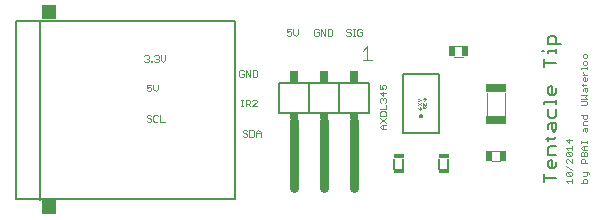
<source format=gto>
G75*
%MOIN*%
%OFA0B0*%
%FSLAX24Y24*%
%IPPOS*%
%LPD*%
%AMOC8*
5,1,8,0,0,1.08239X$1,22.5*
%
%ADD10C,0.0020*%
%ADD11C,0.0080*%
%ADD12C,0.0040*%
%ADD13R,0.0197X0.0374*%
%ADD14R,0.0669X0.0295*%
%ADD15C,0.0060*%
%ADD16C,0.0300*%
%ADD17R,0.0300X0.0200*%
%ADD18R,0.0300X0.0400*%
%ADD19R,0.0340X0.0160*%
%ADD20C,0.0050*%
%ADD21R,0.0450X0.0502*%
%ADD22R,0.0450X0.0492*%
D10*
X004553Y003201D02*
X004516Y003237D01*
X004553Y003201D02*
X004626Y003201D01*
X004663Y003237D01*
X004663Y003274D01*
X004626Y003311D01*
X004553Y003311D01*
X004516Y003347D01*
X004516Y003384D01*
X004553Y003421D01*
X004626Y003421D01*
X004663Y003384D01*
X004737Y003384D02*
X004737Y003237D01*
X004774Y003201D01*
X004847Y003201D01*
X004884Y003237D01*
X004958Y003201D02*
X005105Y003201D01*
X004958Y003201D02*
X004958Y003421D01*
X004884Y003384D02*
X004847Y003421D01*
X004774Y003421D01*
X004737Y003384D01*
X004811Y004216D02*
X004884Y004290D01*
X004884Y004436D01*
X004737Y004436D02*
X004737Y004290D01*
X004811Y004216D01*
X004663Y004253D02*
X004626Y004216D01*
X004553Y004216D01*
X004516Y004253D01*
X004516Y004326D02*
X004590Y004363D01*
X004626Y004363D01*
X004663Y004326D01*
X004663Y004253D01*
X004516Y004326D02*
X004516Y004436D01*
X004663Y004436D01*
X004690Y005195D02*
X004653Y005195D01*
X004653Y005231D01*
X004690Y005231D01*
X004690Y005195D01*
X004763Y005231D02*
X004800Y005195D01*
X004873Y005195D01*
X004910Y005231D01*
X004910Y005268D01*
X004873Y005305D01*
X004837Y005305D01*
X004873Y005305D02*
X004910Y005341D01*
X004910Y005378D01*
X004873Y005415D01*
X004800Y005415D01*
X004763Y005378D01*
X004579Y005378D02*
X004579Y005341D01*
X004542Y005305D01*
X004579Y005268D01*
X004579Y005231D01*
X004542Y005195D01*
X004469Y005195D01*
X004432Y005231D01*
X004505Y005305D02*
X004542Y005305D01*
X004579Y005378D02*
X004542Y005415D01*
X004469Y005415D01*
X004432Y005378D01*
X004984Y005415D02*
X004984Y005268D01*
X005058Y005195D01*
X005131Y005268D01*
X005131Y005415D01*
X007601Y004878D02*
X007601Y004731D01*
X007637Y004695D01*
X007711Y004695D01*
X007748Y004731D01*
X007748Y004805D01*
X007674Y004805D01*
X007601Y004878D02*
X007637Y004915D01*
X007711Y004915D01*
X007748Y004878D01*
X007822Y004915D02*
X007969Y004695D01*
X007969Y004915D01*
X008043Y004915D02*
X008153Y004915D01*
X008190Y004878D01*
X008190Y004731D01*
X008153Y004695D01*
X008043Y004695D01*
X008043Y004915D01*
X007822Y004915D02*
X007822Y004695D01*
X007811Y003936D02*
X007921Y003936D01*
X007958Y003900D01*
X007958Y003826D01*
X007921Y003790D01*
X007811Y003790D01*
X007884Y003790D02*
X007958Y003716D01*
X008032Y003716D02*
X008178Y003863D01*
X008178Y003900D01*
X008142Y003936D01*
X008068Y003936D01*
X008032Y003900D01*
X007811Y003936D02*
X007811Y003716D01*
X007737Y003716D02*
X007663Y003716D01*
X007700Y003716D02*
X007700Y003936D01*
X007663Y003936D02*
X007737Y003936D01*
X008032Y003716D02*
X008178Y003716D01*
X008232Y002921D02*
X008305Y002847D01*
X008305Y002701D01*
X008305Y002811D02*
X008158Y002811D01*
X008158Y002847D02*
X008232Y002921D01*
X008158Y002847D02*
X008158Y002701D01*
X008084Y002737D02*
X008084Y002884D01*
X008047Y002921D01*
X007937Y002921D01*
X007937Y002701D01*
X008047Y002701D01*
X008084Y002737D01*
X007863Y002737D02*
X007863Y002774D01*
X007826Y002811D01*
X007753Y002811D01*
X007716Y002847D01*
X007716Y002884D01*
X007753Y002921D01*
X007826Y002921D01*
X007863Y002884D01*
X007863Y002737D02*
X007826Y002701D01*
X007753Y002701D01*
X007716Y002737D01*
X012274Y003027D02*
X012347Y003101D01*
X012494Y003101D01*
X012494Y003175D02*
X012274Y003322D01*
X012274Y003396D02*
X012274Y003506D01*
X012310Y003543D01*
X012457Y003543D01*
X012494Y003506D01*
X012494Y003396D01*
X012274Y003396D01*
X012274Y003175D02*
X012494Y003322D01*
X012384Y003101D02*
X012384Y002954D01*
X012347Y002954D02*
X012274Y003027D01*
X012347Y002954D02*
X012494Y002954D01*
X013554Y003644D02*
X013604Y003594D01*
X013654Y003644D01*
X013604Y003694D02*
X013604Y003594D01*
X013564Y003744D02*
X013664Y003810D01*
X013714Y003810D02*
X013714Y003744D01*
X013664Y003744D02*
X013564Y003810D01*
X013564Y003894D02*
X013580Y003894D01*
X013614Y003927D01*
X013664Y003927D01*
X013704Y003944D02*
X013804Y003944D01*
X013754Y003894D01*
X013804Y003944D02*
X013754Y003994D01*
X013614Y003927D02*
X013580Y003960D01*
X013564Y003960D01*
X013714Y003810D02*
X013730Y003810D01*
X013797Y003744D01*
X013814Y003744D01*
X013814Y003810D01*
X013744Y003694D02*
X013746Y003699D01*
X013750Y003703D01*
X013755Y003704D01*
X013761Y003702D01*
X013764Y003697D01*
X013764Y003691D01*
X013761Y003686D01*
X013755Y003684D01*
X013750Y003685D01*
X013746Y003689D01*
X013744Y003694D01*
X013704Y003694D02*
X013706Y003707D01*
X013711Y003720D01*
X013720Y003731D01*
X013731Y003738D01*
X013744Y003743D01*
X013757Y003744D01*
X013771Y003741D01*
X013783Y003735D01*
X013793Y003726D01*
X013800Y003714D01*
X013804Y003701D01*
X013804Y003687D01*
X013800Y003674D01*
X013793Y003662D01*
X013783Y003653D01*
X013771Y003647D01*
X013757Y003644D01*
X013744Y003645D01*
X013731Y003650D01*
X013720Y003657D01*
X013711Y003668D01*
X013706Y003681D01*
X013704Y003694D01*
X012494Y003617D02*
X012494Y003764D01*
X012457Y003838D02*
X012494Y003875D01*
X012494Y003948D01*
X012457Y003985D01*
X012420Y003985D01*
X012384Y003948D01*
X012384Y003911D01*
X012384Y003948D02*
X012347Y003985D01*
X012310Y003985D01*
X012274Y003948D01*
X012274Y003875D01*
X012310Y003838D01*
X012274Y003617D02*
X012494Y003617D01*
X012384Y004059D02*
X012384Y004206D01*
X012384Y004280D02*
X012274Y004280D01*
X012274Y004427D01*
X012347Y004390D02*
X012347Y004353D01*
X012384Y004280D01*
X012457Y004280D02*
X012494Y004317D01*
X012494Y004390D01*
X012457Y004427D01*
X012384Y004427D01*
X012347Y004390D01*
X012274Y004169D02*
X012384Y004059D01*
X012494Y004169D02*
X012274Y004169D01*
X011644Y006066D02*
X011681Y006103D01*
X011681Y006176D01*
X011607Y006176D01*
X011534Y006249D02*
X011534Y006103D01*
X011571Y006066D01*
X011644Y006066D01*
X011460Y006066D02*
X011387Y006066D01*
X011423Y006066D02*
X011423Y006286D01*
X011387Y006286D02*
X011460Y006286D01*
X011534Y006249D02*
X011571Y006286D01*
X011644Y006286D01*
X011681Y006249D01*
X011313Y006249D02*
X011276Y006286D01*
X011202Y006286D01*
X011166Y006249D01*
X011166Y006213D01*
X011202Y006176D01*
X011276Y006176D01*
X011313Y006139D01*
X011313Y006103D01*
X011276Y006066D01*
X011202Y006066D01*
X011166Y006103D01*
X010689Y006103D02*
X010689Y006249D01*
X010652Y006286D01*
X010542Y006286D01*
X010542Y006066D01*
X010652Y006066D01*
X010689Y006103D01*
X010468Y006066D02*
X010468Y006286D01*
X010321Y006286D02*
X010468Y006066D01*
X010321Y006066D02*
X010321Y006286D01*
X010247Y006249D02*
X010210Y006286D01*
X010137Y006286D01*
X010100Y006249D01*
X010100Y006103D01*
X010137Y006066D01*
X010210Y006066D01*
X010247Y006103D01*
X010247Y006176D01*
X010174Y006176D01*
X009549Y006139D02*
X009476Y006066D01*
X009402Y006139D01*
X009402Y006286D01*
X009328Y006286D02*
X009181Y006286D01*
X009181Y006176D01*
X009255Y006213D01*
X009292Y006213D01*
X009328Y006176D01*
X009328Y006103D01*
X009292Y006066D01*
X009218Y006066D01*
X009181Y006103D01*
X009549Y006139D02*
X009549Y006286D01*
D11*
X007463Y006557D02*
X000140Y006557D01*
X000140Y000631D01*
X007463Y000631D01*
X007463Y006557D01*
X013063Y004778D02*
X013378Y004778D01*
X013929Y004778D02*
X014244Y004778D01*
X013615Y003400D02*
X013617Y003412D01*
X013622Y003423D01*
X013631Y003432D01*
X013642Y003437D01*
X013654Y003439D01*
X013666Y003437D01*
X013677Y003432D01*
X013686Y003423D01*
X013691Y003412D01*
X013693Y003400D01*
X013691Y003388D01*
X013686Y003377D01*
X013677Y003368D01*
X013666Y003363D01*
X013654Y003361D01*
X013642Y003363D01*
X013631Y003368D01*
X013622Y003377D01*
X013617Y003388D01*
X013615Y003400D01*
X013378Y002810D02*
X013063Y002810D01*
X013929Y002810D02*
X014244Y002810D01*
X017813Y002635D02*
X018094Y002635D01*
X018164Y002705D01*
X018094Y002872D02*
X018024Y002942D01*
X018024Y003152D01*
X017954Y003152D02*
X018164Y003152D01*
X018164Y002942D01*
X018094Y002872D01*
X017884Y002942D02*
X017884Y003082D01*
X017954Y003152D01*
X017954Y003333D02*
X018094Y003333D01*
X018164Y003403D01*
X018164Y003613D01*
X018164Y003793D02*
X018164Y003933D01*
X018164Y003863D02*
X017743Y003863D01*
X017743Y003793D01*
X017884Y003613D02*
X017884Y003403D01*
X017954Y003333D01*
X017884Y002705D02*
X017884Y002565D01*
X017954Y002385D02*
X018164Y002385D01*
X017954Y002385D02*
X017884Y002315D01*
X017884Y002105D01*
X018164Y002105D01*
X018024Y001925D02*
X018024Y001644D01*
X018094Y001644D02*
X017954Y001644D01*
X017884Y001715D01*
X017884Y001855D01*
X017954Y001925D01*
X018024Y001925D01*
X018164Y001855D02*
X018164Y001715D01*
X018094Y001644D01*
X017743Y001464D02*
X017743Y001184D01*
X017743Y001324D02*
X018164Y001324D01*
X018094Y004100D02*
X017954Y004100D01*
X017884Y004170D01*
X017884Y004310D01*
X017954Y004380D01*
X018024Y004380D01*
X018024Y004100D01*
X018094Y004100D02*
X018164Y004170D01*
X018164Y004310D01*
X017743Y005021D02*
X017743Y005301D01*
X017743Y005161D02*
X018164Y005161D01*
X018164Y005481D02*
X018164Y005621D01*
X018164Y005551D02*
X017884Y005551D01*
X017884Y005481D01*
X017743Y005551D02*
X017673Y005551D01*
X017884Y005788D02*
X017884Y005998D01*
X017954Y006068D01*
X018094Y006068D01*
X018164Y005998D01*
X018164Y005788D01*
X018304Y005788D02*
X017884Y005788D01*
D12*
X019050Y005426D02*
X019050Y005359D01*
X019084Y005326D01*
X019150Y005326D01*
X019184Y005359D01*
X019184Y005426D01*
X019150Y005459D01*
X019084Y005459D01*
X019050Y005426D01*
X019084Y005238D02*
X019050Y005205D01*
X019050Y005138D01*
X019084Y005105D01*
X019150Y005105D01*
X019184Y005138D01*
X019184Y005205D01*
X019150Y005238D01*
X019084Y005238D01*
X019184Y005024D02*
X019184Y004958D01*
X019184Y004991D02*
X018984Y004991D01*
X018984Y004958D01*
X019050Y004874D02*
X019050Y004840D01*
X019117Y004774D01*
X019184Y004774D02*
X019050Y004774D01*
X019084Y004686D02*
X019117Y004686D01*
X019117Y004553D01*
X019084Y004553D02*
X019050Y004586D01*
X019050Y004653D01*
X019084Y004686D01*
X019184Y004653D02*
X019184Y004586D01*
X019150Y004553D01*
X019084Y004553D01*
X019050Y004472D02*
X019050Y004405D01*
X019017Y004439D02*
X019150Y004439D01*
X019184Y004472D01*
X019184Y004318D02*
X019084Y004318D01*
X019050Y004284D01*
X019050Y004218D01*
X019117Y004218D02*
X019117Y004318D01*
X019184Y004318D02*
X019184Y004218D01*
X019150Y004184D01*
X019117Y004218D01*
X019184Y004097D02*
X018984Y004097D01*
X018984Y003963D02*
X019184Y003963D01*
X019117Y004030D01*
X019184Y004097D01*
X019150Y003876D02*
X018984Y003876D01*
X019150Y003876D02*
X019184Y003842D01*
X019184Y003776D01*
X019150Y003742D01*
X018984Y003742D01*
X018984Y003434D02*
X019184Y003434D01*
X019184Y003334D01*
X019150Y003300D01*
X019084Y003300D01*
X019050Y003334D01*
X019050Y003434D01*
X019084Y003213D02*
X019184Y003213D01*
X019084Y003213D02*
X019050Y003179D01*
X019050Y003079D01*
X019184Y003079D01*
X019184Y002992D02*
X019084Y002992D01*
X019050Y002958D01*
X019050Y002892D01*
X019117Y002892D02*
X019117Y002992D01*
X019184Y002992D02*
X019184Y002892D01*
X019150Y002858D01*
X019117Y002892D01*
X018584Y002623D02*
X018584Y002490D01*
X018484Y002590D01*
X018684Y002590D01*
X018684Y002402D02*
X018684Y002269D01*
X018684Y002336D02*
X018484Y002336D01*
X018550Y002269D01*
X018517Y002181D02*
X018650Y002048D01*
X018684Y002081D01*
X018684Y002148D01*
X018650Y002181D01*
X018517Y002181D01*
X018484Y002148D01*
X018484Y002081D01*
X018517Y002048D01*
X018650Y002048D01*
X018684Y001961D02*
X018684Y001827D01*
X018550Y001961D01*
X018517Y001961D01*
X018484Y001927D01*
X018484Y001860D01*
X018517Y001827D01*
X018484Y001740D02*
X018684Y001606D01*
X018650Y001519D02*
X018684Y001485D01*
X018684Y001418D01*
X018650Y001385D01*
X018517Y001519D01*
X018650Y001519D01*
X018517Y001519D02*
X018484Y001485D01*
X018484Y001418D01*
X018517Y001385D01*
X018650Y001385D01*
X018684Y001298D02*
X018684Y001164D01*
X018684Y001231D02*
X018484Y001231D01*
X018550Y001164D01*
X018984Y001164D02*
X019184Y001164D01*
X019184Y001264D01*
X019150Y001298D01*
X019084Y001298D01*
X019050Y001264D01*
X019050Y001164D01*
X019050Y001385D02*
X019150Y001385D01*
X019184Y001418D01*
X019184Y001519D01*
X019217Y001519D02*
X019251Y001485D01*
X019251Y001452D01*
X019217Y001519D02*
X019050Y001519D01*
X018984Y001827D02*
X018984Y001927D01*
X019017Y001961D01*
X019084Y001961D01*
X019117Y001927D01*
X019117Y001827D01*
X019184Y001827D02*
X018984Y001827D01*
X018984Y002048D02*
X018984Y002148D01*
X019017Y002181D01*
X019050Y002181D01*
X019084Y002148D01*
X019084Y002048D01*
X019184Y002048D02*
X018984Y002048D01*
X019084Y002148D02*
X019117Y002181D01*
X019150Y002181D01*
X019184Y002148D01*
X019184Y002048D01*
X019184Y002269D02*
X019050Y002269D01*
X018984Y002336D01*
X019050Y002402D01*
X019184Y002402D01*
X019184Y002490D02*
X019184Y002557D01*
X019184Y002523D02*
X018984Y002523D01*
X018984Y002490D02*
X018984Y002557D01*
X019084Y002402D02*
X019084Y002269D01*
X016464Y003414D02*
X016464Y004174D01*
X015844Y004174D02*
X015844Y003414D01*
X016014Y002214D02*
X016294Y002214D01*
X016294Y001879D02*
X016014Y001879D01*
X012020Y005261D02*
X011713Y005261D01*
X011867Y005261D02*
X011867Y005721D01*
X011713Y005568D01*
X014764Y005709D02*
X015044Y005709D01*
X015044Y005374D02*
X014764Y005374D01*
D13*
X014675Y005542D03*
X015135Y005542D03*
X015922Y002046D03*
X016382Y002046D03*
D14*
X016154Y003272D03*
X016153Y004316D03*
D15*
X011904Y004491D02*
X011904Y003491D01*
X010904Y003491D01*
X009904Y003491D01*
X008904Y003491D01*
X008904Y004491D01*
X009904Y004491D01*
X009904Y003491D01*
X010904Y003491D02*
X010904Y004491D01*
X009904Y004491D01*
X010904Y004491D02*
X011904Y004491D01*
X012764Y001964D02*
X012764Y001624D01*
X013044Y001624D02*
X013044Y001964D01*
X014264Y001964D02*
X014264Y001624D01*
X014544Y001624D02*
X014544Y001964D01*
D16*
X011404Y000991D02*
X011404Y003241D01*
X010404Y003241D02*
X010404Y000991D01*
X009404Y000991D02*
X009404Y003241D01*
D17*
X009404Y003391D03*
X010404Y003391D03*
X011404Y003391D03*
D18*
X011404Y004691D03*
X010404Y004691D03*
X009404Y004691D03*
D19*
X012904Y002044D03*
X012904Y001544D03*
X014404Y001544D03*
X014404Y002044D03*
D20*
X014244Y002810D02*
X013063Y002810D01*
X013063Y004778D01*
X014244Y004778D01*
X014244Y002810D01*
X000954Y000594D02*
X000954Y006594D01*
D21*
X001269Y000351D03*
D22*
X001269Y006842D03*
M02*

</source>
